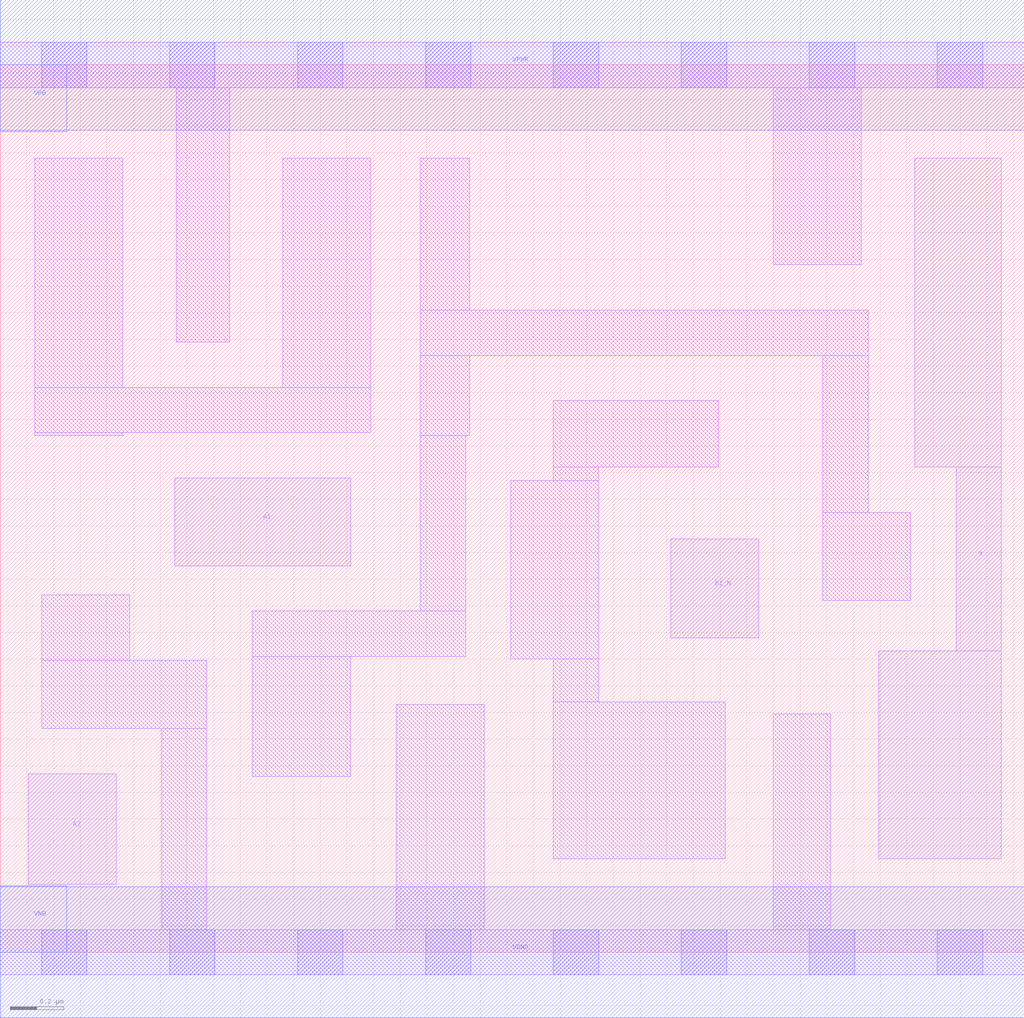
<source format=lef>
# Copyright 2020 The SkyWater PDK Authors
#
# Licensed under the Apache License, Version 2.0 (the "License");
# you may not use this file except in compliance with the License.
# You may obtain a copy of the License at
#
#     https://www.apache.org/licenses/LICENSE-2.0
#
# Unless required by applicable law or agreed to in writing, software
# distributed under the License is distributed on an "AS IS" BASIS,
# WITHOUT WARRANTIES OR CONDITIONS OF ANY KIND, either express or implied.
# See the License for the specific language governing permissions and
# limitations under the License.
#
# SPDX-License-Identifier: Apache-2.0

VERSION 5.5 ;
NAMESCASESENSITIVE ON ;
BUSBITCHARS "[]" ;
DIVIDERCHAR "/" ;
MACRO sky130_fd_sc_hs__a21bo_1
  CLASS CORE ;
  SOURCE USER ;
  ORIGIN  0.000000  0.000000 ;
  SIZE  3.840000 BY  3.330000 ;
  SYMMETRY X Y ;
  SITE unit ;
  PIN A1
    ANTENNAGATEAREA  0.246000 ;
    DIRECTION INPUT ;
    USE SIGNAL ;
    PORT
      LAYER li1 ;
        RECT 0.655000 1.450000 1.315000 1.780000 ;
    END
  END A1
  PIN A2
    ANTENNAGATEAREA  0.246000 ;
    DIRECTION INPUT ;
    USE SIGNAL ;
    PORT
      LAYER li1 ;
        RECT 0.105000 0.255000 0.435000 0.670000 ;
    END
  END A2
  PIN B1_N
    ANTENNAGATEAREA  0.208000 ;
    DIRECTION INPUT ;
    USE SIGNAL ;
    PORT
      LAYER li1 ;
        RECT 2.515000 1.180000 2.845000 1.550000 ;
    END
  END B1_N
  PIN X
    ANTENNADIFFAREA  0.504100 ;
    DIRECTION OUTPUT ;
    USE SIGNAL ;
    PORT
      LAYER li1 ;
        RECT 3.295000 0.350000 3.755000 1.130000 ;
        RECT 3.430000 1.820000 3.755000 2.980000 ;
        RECT 3.585000 1.130000 3.755000 1.820000 ;
    END
  END X
  PIN VGND
    DIRECTION INOUT ;
    USE GROUND ;
    PORT
      LAYER met1 ;
        RECT 0.000000 -0.245000 3.840000 0.245000 ;
    END
  END VGND
  PIN VNB
    DIRECTION INOUT ;
    USE GROUND ;
    PORT
      LAYER met1 ;
        RECT 0.000000 0.000000 0.250000 0.250000 ;
    END
  END VNB
  PIN VPB
    DIRECTION INOUT ;
    USE POWER ;
    PORT
      LAYER met1 ;
        RECT 0.000000 3.080000 0.250000 3.330000 ;
    END
  END VPB
  PIN VPWR
    DIRECTION INOUT ;
    USE POWER ;
    PORT
      LAYER met1 ;
        RECT 0.000000 3.085000 3.840000 3.575000 ;
    END
  END VPWR
  OBS
    LAYER li1 ;
      RECT 0.000000 -0.085000 3.840000 0.085000 ;
      RECT 0.000000  3.245000 3.840000 3.415000 ;
      RECT 0.130000  1.940000 0.460000 1.950000 ;
      RECT 0.130000  1.950000 1.390000 2.120000 ;
      RECT 0.130000  2.120000 0.460000 2.980000 ;
      RECT 0.155000  0.840000 0.775000 1.095000 ;
      RECT 0.155000  1.095000 0.485000 1.340000 ;
      RECT 0.605000  0.085000 0.775000 0.840000 ;
      RECT 0.660000  2.290000 0.860000 3.245000 ;
      RECT 0.945000  0.660000 1.315000 1.110000 ;
      RECT 0.945000  1.110000 1.745000 1.280000 ;
      RECT 1.060000  2.120000 1.390000 2.980000 ;
      RECT 1.485000  0.085000 1.815000 0.930000 ;
      RECT 1.575000  1.280000 1.745000 1.940000 ;
      RECT 1.575000  1.940000 1.760000 2.240000 ;
      RECT 1.575000  2.240000 3.255000 2.410000 ;
      RECT 1.575000  2.410000 1.760000 2.980000 ;
      RECT 1.915000  1.100000 2.245000 1.770000 ;
      RECT 2.075000  0.350000 2.720000 0.940000 ;
      RECT 2.075000  0.940000 2.245000 1.100000 ;
      RECT 2.075000  1.770000 2.245000 1.820000 ;
      RECT 2.075000  1.820000 2.695000 2.070000 ;
      RECT 2.900000  0.085000 3.115000 0.895000 ;
      RECT 2.900000  2.580000 3.230000 3.245000 ;
      RECT 3.085000  1.320000 3.415000 1.650000 ;
      RECT 3.085000  1.650000 3.255000 2.240000 ;
    LAYER mcon ;
      RECT 0.155000 -0.085000 0.325000 0.085000 ;
      RECT 0.155000  3.245000 0.325000 3.415000 ;
      RECT 0.635000 -0.085000 0.805000 0.085000 ;
      RECT 0.635000  3.245000 0.805000 3.415000 ;
      RECT 1.115000 -0.085000 1.285000 0.085000 ;
      RECT 1.115000  3.245000 1.285000 3.415000 ;
      RECT 1.595000 -0.085000 1.765000 0.085000 ;
      RECT 1.595000  3.245000 1.765000 3.415000 ;
      RECT 2.075000 -0.085000 2.245000 0.085000 ;
      RECT 2.075000  3.245000 2.245000 3.415000 ;
      RECT 2.555000 -0.085000 2.725000 0.085000 ;
      RECT 2.555000  3.245000 2.725000 3.415000 ;
      RECT 3.035000 -0.085000 3.205000 0.085000 ;
      RECT 3.035000  3.245000 3.205000 3.415000 ;
      RECT 3.515000 -0.085000 3.685000 0.085000 ;
      RECT 3.515000  3.245000 3.685000 3.415000 ;
  END
END sky130_fd_sc_hs__a21bo_1

</source>
